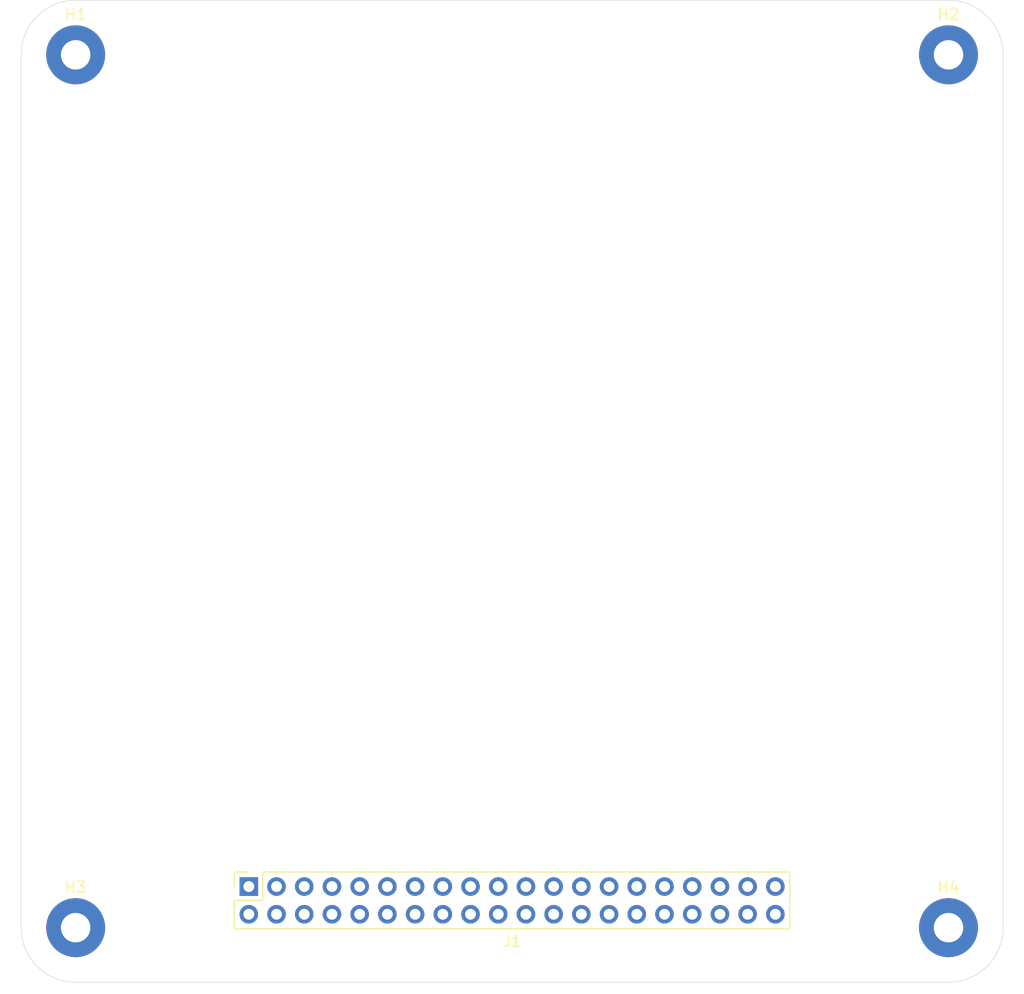
<source format=kicad_pcb>
(kicad_pcb (version 20171130) (host pcbnew "(5.1.5)-3")

  (general
    (thickness 1.6)
    (drawings 8)
    (tracks 0)
    (zones 0)
    (modules 5)
    (nets 42)
  )

  (page A4)
  (layers
    (0 F.Cu signal)
    (31 B.Cu signal)
    (32 B.Adhes user)
    (33 F.Adhes user)
    (34 B.Paste user)
    (35 F.Paste user)
    (36 B.SilkS user)
    (37 F.SilkS user)
    (38 B.Mask user)
    (39 F.Mask user)
    (40 Dwgs.User user)
    (41 Cmts.User user)
    (42 Eco1.User user)
    (43 Eco2.User user)
    (44 Edge.Cuts user)
    (45 Margin user)
    (46 B.CrtYd user)
    (47 F.CrtYd user)
    (48 B.Fab user)
    (49 F.Fab user)
  )

  (setup
    (last_trace_width 0.25)
    (trace_clearance 0.2)
    (zone_clearance 0.508)
    (zone_45_only no)
    (trace_min 0.2)
    (via_size 0.8)
    (via_drill 0.4)
    (via_min_size 0.4)
    (via_min_drill 0.3)
    (uvia_size 0.3)
    (uvia_drill 0.1)
    (uvias_allowed no)
    (uvia_min_size 0.2)
    (uvia_min_drill 0.1)
    (edge_width 0.05)
    (segment_width 0.2)
    (pcb_text_width 0.3)
    (pcb_text_size 1.5 1.5)
    (mod_edge_width 0.12)
    (mod_text_size 1 1)
    (mod_text_width 0.15)
    (pad_size 1.524 1.524)
    (pad_drill 0.762)
    (pad_to_mask_clearance 0.051)
    (solder_mask_min_width 0.25)
    (aux_axis_origin 0 0)
    (visible_elements 7FFFFFFF)
    (pcbplotparams
      (layerselection 0x010fc_ffffffff)
      (usegerberextensions false)
      (usegerberattributes false)
      (usegerberadvancedattributes false)
      (creategerberjobfile false)
      (excludeedgelayer true)
      (linewidth 0.025400)
      (plotframeref false)
      (viasonmask false)
      (mode 1)
      (useauxorigin false)
      (hpglpennumber 1)
      (hpglpenspeed 20)
      (hpglpendiameter 15.000000)
      (psnegative false)
      (psa4output false)
      (plotreference true)
      (plotvalue true)
      (plotinvisibletext false)
      (padsonsilk false)
      (subtractmaskfromsilk false)
      (outputformat 1)
      (mirror false)
      (drillshape 1)
      (scaleselection 1)
      (outputdirectory ""))
  )

  (net 0 "")
  (net 1 GND)
  (net 2 /b20)
  (net 3 /a20)
  (net 4 /b19)
  (net 5 /a19)
  (net 6 /b18)
  (net 7 /a18)
  (net 8 /b17)
  (net 9 /a17)
  (net 10 /b16)
  (net 11 /a16)
  (net 12 /b15)
  (net 13 /a15)
  (net 14 /b14)
  (net 15 /a14)
  (net 16 /b13)
  (net 17 /a13)
  (net 18 /b12)
  (net 19 /a12)
  (net 20 /b11)
  (net 21 /a11)
  (net 22 /b10)
  (net 23 /a10)
  (net 24 /b09)
  (net 25 /a09)
  (net 26 /b08)
  (net 27 /a08)
  (net 28 /b07)
  (net 29 /a07)
  (net 30 /b06)
  (net 31 /a06)
  (net 32 /b05)
  (net 33 /a05)
  (net 34 /b04)
  (net 35 /a04)
  (net 36 /b03)
  (net 37 /a03)
  (net 38 /b02)
  (net 39 /a02)
  (net 40 /b01)
  (net 41 /a01)

  (net_class Default "This is the default net class."
    (clearance 0.2)
    (trace_width 0.25)
    (via_dia 0.8)
    (via_drill 0.4)
    (uvia_dia 0.3)
    (uvia_drill 0.1)
    (add_net /a01)
    (add_net /a02)
    (add_net /a03)
    (add_net /a04)
    (add_net /a05)
    (add_net /a06)
    (add_net /a07)
    (add_net /a08)
    (add_net /a09)
    (add_net /a10)
    (add_net /a11)
    (add_net /a12)
    (add_net /a13)
    (add_net /a14)
    (add_net /a15)
    (add_net /a16)
    (add_net /a17)
    (add_net /a18)
    (add_net /a19)
    (add_net /a20)
    (add_net /b01)
    (add_net /b02)
    (add_net /b03)
    (add_net /b04)
    (add_net /b05)
    (add_net /b06)
    (add_net /b07)
    (add_net /b08)
    (add_net /b09)
    (add_net /b10)
    (add_net /b11)
    (add_net /b12)
    (add_net /b13)
    (add_net /b14)
    (add_net /b15)
    (add_net /b16)
    (add_net /b17)
    (add_net /b18)
    (add_net /b19)
    (add_net /b20)
    (add_net GND)
  )

  (module Connector_PinSocket_2.54mm:PinSocket_2x20_P2.54mm_Vertical (layer F.Cu) (tedit 5A19A433) (tstamp 6033AF23)
    (at 70.87 131.23 90)
    (descr "Through hole straight socket strip, 2x20, 2.54mm pitch, double cols (from Kicad 4.0.7), script generated")
    (tags "Through hole socket strip THT 2x20 2.54mm double row")
    (path /60336BAA)
    (fp_text reference J1 (at -5.02 24.13 180) (layer F.SilkS)
      (effects (font (size 1 1) (thickness 0.15)))
    )
    (fp_text value Conn_02x20_Odd_Even (at -1.27 51.03 90) (layer F.Fab)
      (effects (font (size 1 1) (thickness 0.15)))
    )
    (fp_text user %R (at -1.27 24.13) (layer F.Fab)
      (effects (font (size 1 1) (thickness 0.15)))
    )
    (fp_line (start -4.34 50) (end -4.34 -1.8) (layer F.CrtYd) (width 0.05))
    (fp_line (start 1.76 50) (end -4.34 50) (layer F.CrtYd) (width 0.05))
    (fp_line (start 1.76 -1.8) (end 1.76 50) (layer F.CrtYd) (width 0.05))
    (fp_line (start -4.34 -1.8) (end 1.76 -1.8) (layer F.CrtYd) (width 0.05))
    (fp_line (start 0 -1.33) (end 1.33 -1.33) (layer F.SilkS) (width 0.12))
    (fp_line (start 1.33 -1.33) (end 1.33 0) (layer F.SilkS) (width 0.12))
    (fp_line (start -1.27 -1.33) (end -1.27 1.27) (layer F.SilkS) (width 0.12))
    (fp_line (start -1.27 1.27) (end 1.33 1.27) (layer F.SilkS) (width 0.12))
    (fp_line (start 1.33 1.27) (end 1.33 49.59) (layer F.SilkS) (width 0.12))
    (fp_line (start -3.87 49.59) (end 1.33 49.59) (layer F.SilkS) (width 0.12))
    (fp_line (start -3.87 -1.33) (end -3.87 49.59) (layer F.SilkS) (width 0.12))
    (fp_line (start -3.87 -1.33) (end -1.27 -1.33) (layer F.SilkS) (width 0.12))
    (fp_line (start -3.81 49.53) (end -3.81 -1.27) (layer F.Fab) (width 0.1))
    (fp_line (start 1.27 49.53) (end -3.81 49.53) (layer F.Fab) (width 0.1))
    (fp_line (start 1.27 -0.27) (end 1.27 49.53) (layer F.Fab) (width 0.1))
    (fp_line (start 0.27 -1.27) (end 1.27 -0.27) (layer F.Fab) (width 0.1))
    (fp_line (start -3.81 -1.27) (end 0.27 -1.27) (layer F.Fab) (width 0.1))
    (pad 40 thru_hole oval (at -2.54 48.26 90) (size 1.7 1.7) (drill 1) (layers *.Cu *.Mask)
      (net 2 /b20))
    (pad 39 thru_hole oval (at 0 48.26 90) (size 1.7 1.7) (drill 1) (layers *.Cu *.Mask)
      (net 3 /a20))
    (pad 38 thru_hole oval (at -2.54 45.72 90) (size 1.7 1.7) (drill 1) (layers *.Cu *.Mask)
      (net 4 /b19))
    (pad 37 thru_hole oval (at 0 45.72 90) (size 1.7 1.7) (drill 1) (layers *.Cu *.Mask)
      (net 5 /a19))
    (pad 36 thru_hole oval (at -2.54 43.18 90) (size 1.7 1.7) (drill 1) (layers *.Cu *.Mask)
      (net 6 /b18))
    (pad 35 thru_hole oval (at 0 43.18 90) (size 1.7 1.7) (drill 1) (layers *.Cu *.Mask)
      (net 7 /a18))
    (pad 34 thru_hole oval (at -2.54 40.64 90) (size 1.7 1.7) (drill 1) (layers *.Cu *.Mask)
      (net 8 /b17))
    (pad 33 thru_hole oval (at 0 40.64 90) (size 1.7 1.7) (drill 1) (layers *.Cu *.Mask)
      (net 9 /a17))
    (pad 32 thru_hole oval (at -2.54 38.1 90) (size 1.7 1.7) (drill 1) (layers *.Cu *.Mask)
      (net 10 /b16))
    (pad 31 thru_hole oval (at 0 38.1 90) (size 1.7 1.7) (drill 1) (layers *.Cu *.Mask)
      (net 11 /a16))
    (pad 30 thru_hole oval (at -2.54 35.56 90) (size 1.7 1.7) (drill 1) (layers *.Cu *.Mask)
      (net 12 /b15))
    (pad 29 thru_hole oval (at 0 35.56 90) (size 1.7 1.7) (drill 1) (layers *.Cu *.Mask)
      (net 13 /a15))
    (pad 28 thru_hole oval (at -2.54 33.02 90) (size 1.7 1.7) (drill 1) (layers *.Cu *.Mask)
      (net 14 /b14))
    (pad 27 thru_hole oval (at 0 33.02 90) (size 1.7 1.7) (drill 1) (layers *.Cu *.Mask)
      (net 15 /a14))
    (pad 26 thru_hole oval (at -2.54 30.48 90) (size 1.7 1.7) (drill 1) (layers *.Cu *.Mask)
      (net 16 /b13))
    (pad 25 thru_hole oval (at 0 30.48 90) (size 1.7 1.7) (drill 1) (layers *.Cu *.Mask)
      (net 17 /a13))
    (pad 24 thru_hole oval (at -2.54 27.94 90) (size 1.7 1.7) (drill 1) (layers *.Cu *.Mask)
      (net 18 /b12))
    (pad 23 thru_hole oval (at 0 27.94 90) (size 1.7 1.7) (drill 1) (layers *.Cu *.Mask)
      (net 19 /a12))
    (pad 22 thru_hole oval (at -2.54 25.4 90) (size 1.7 1.7) (drill 1) (layers *.Cu *.Mask)
      (net 20 /b11))
    (pad 21 thru_hole oval (at 0 25.4 90) (size 1.7 1.7) (drill 1) (layers *.Cu *.Mask)
      (net 21 /a11))
    (pad 20 thru_hole oval (at -2.54 22.86 90) (size 1.7 1.7) (drill 1) (layers *.Cu *.Mask)
      (net 22 /b10))
    (pad 19 thru_hole oval (at 0 22.86 90) (size 1.7 1.7) (drill 1) (layers *.Cu *.Mask)
      (net 23 /a10))
    (pad 18 thru_hole oval (at -2.54 20.32 90) (size 1.7 1.7) (drill 1) (layers *.Cu *.Mask)
      (net 24 /b09))
    (pad 17 thru_hole oval (at 0 20.32 90) (size 1.7 1.7) (drill 1) (layers *.Cu *.Mask)
      (net 25 /a09))
    (pad 16 thru_hole oval (at -2.54 17.78 90) (size 1.7 1.7) (drill 1) (layers *.Cu *.Mask)
      (net 26 /b08))
    (pad 15 thru_hole oval (at 0 17.78 90) (size 1.7 1.7) (drill 1) (layers *.Cu *.Mask)
      (net 27 /a08))
    (pad 14 thru_hole oval (at -2.54 15.24 90) (size 1.7 1.7) (drill 1) (layers *.Cu *.Mask)
      (net 28 /b07))
    (pad 13 thru_hole oval (at 0 15.24 90) (size 1.7 1.7) (drill 1) (layers *.Cu *.Mask)
      (net 29 /a07))
    (pad 12 thru_hole oval (at -2.54 12.7 90) (size 1.7 1.7) (drill 1) (layers *.Cu *.Mask)
      (net 30 /b06))
    (pad 11 thru_hole oval (at 0 12.7 90) (size 1.7 1.7) (drill 1) (layers *.Cu *.Mask)
      (net 31 /a06))
    (pad 10 thru_hole oval (at -2.54 10.16 90) (size 1.7 1.7) (drill 1) (layers *.Cu *.Mask)
      (net 32 /b05))
    (pad 9 thru_hole oval (at 0 10.16 90) (size 1.7 1.7) (drill 1) (layers *.Cu *.Mask)
      (net 33 /a05))
    (pad 8 thru_hole oval (at -2.54 7.62 90) (size 1.7 1.7) (drill 1) (layers *.Cu *.Mask)
      (net 34 /b04))
    (pad 7 thru_hole oval (at 0 7.62 90) (size 1.7 1.7) (drill 1) (layers *.Cu *.Mask)
      (net 35 /a04))
    (pad 6 thru_hole oval (at -2.54 5.08 90) (size 1.7 1.7) (drill 1) (layers *.Cu *.Mask)
      (net 36 /b03))
    (pad 5 thru_hole oval (at 0 5.08 90) (size 1.7 1.7) (drill 1) (layers *.Cu *.Mask)
      (net 37 /a03))
    (pad 4 thru_hole oval (at -2.54 2.54 90) (size 1.7 1.7) (drill 1) (layers *.Cu *.Mask)
      (net 38 /b02))
    (pad 3 thru_hole oval (at 0 2.54 90) (size 1.7 1.7) (drill 1) (layers *.Cu *.Mask)
      (net 39 /a02))
    (pad 2 thru_hole oval (at -2.54 0 90) (size 1.7 1.7) (drill 1) (layers *.Cu *.Mask)
      (net 40 /b01))
    (pad 1 thru_hole rect (at 0 0 90) (size 1.7 1.7) (drill 1) (layers *.Cu *.Mask)
      (net 41 /a01))
    (model ${KISYS3DMOD}/Connector_PinSocket_2.54mm.3dshapes/PinSocket_2x20_P2.54mm_Vertical.wrl
      (at (xyz 0 0 0))
      (scale (xyz 1 1 1))
      (rotate (xyz 0 0 0))
    )
  )

  (module MountingHole:MountingHole_2.7mm_M2.5_Pad (layer F.Cu) (tedit 56D1B4CB) (tstamp 60339FEA)
    (at 135 135)
    (descr "Mounting Hole 2.7mm, M2.5")
    (tags "mounting hole 2.7mm m2.5")
    (path /6033CE98)
    (attr virtual)
    (fp_text reference H4 (at 0 -3.7) (layer F.SilkS)
      (effects (font (size 1 1) (thickness 0.15)))
    )
    (fp_text value MountingHole_Pad (at 0 3.7) (layer F.Fab)
      (effects (font (size 1 1) (thickness 0.15)))
    )
    (fp_circle (center 0 0) (end 2.95 0) (layer F.CrtYd) (width 0.05))
    (fp_circle (center 0 0) (end 2.7 0) (layer Cmts.User) (width 0.15))
    (fp_text user %R (at 0.3 0) (layer F.Fab)
      (effects (font (size 1 1) (thickness 0.15)))
    )
    (pad 1 thru_hole circle (at 0 0) (size 5.4 5.4) (drill 2.7) (layers *.Cu *.Mask)
      (net 1 GND))
  )

  (module MountingHole:MountingHole_2.7mm_M2.5_Pad (layer F.Cu) (tedit 56D1B4CB) (tstamp 60339FE2)
    (at 55 135)
    (descr "Mounting Hole 2.7mm, M2.5")
    (tags "mounting hole 2.7mm m2.5")
    (path /6033CD1A)
    (attr virtual)
    (fp_text reference H3 (at 0 -3.7) (layer F.SilkS)
      (effects (font (size 1 1) (thickness 0.15)))
    )
    (fp_text value MountingHole_Pad (at 0 3.7) (layer F.Fab)
      (effects (font (size 1 1) (thickness 0.15)))
    )
    (fp_circle (center 0 0) (end 2.95 0) (layer F.CrtYd) (width 0.05))
    (fp_circle (center 0 0) (end 2.7 0) (layer Cmts.User) (width 0.15))
    (fp_text user %R (at 0.3 0) (layer F.Fab)
      (effects (font (size 1 1) (thickness 0.15)))
    )
    (pad 1 thru_hole circle (at 0 0) (size 5.4 5.4) (drill 2.7) (layers *.Cu *.Mask)
      (net 1 GND))
  )

  (module MountingHole:MountingHole_2.7mm_M2.5_Pad (layer F.Cu) (tedit 56D1B4CB) (tstamp 60339FDA)
    (at 135 55)
    (descr "Mounting Hole 2.7mm, M2.5")
    (tags "mounting hole 2.7mm m2.5")
    (path /6033CB35)
    (attr virtual)
    (fp_text reference H2 (at 0 -3.7) (layer F.SilkS)
      (effects (font (size 1 1) (thickness 0.15)))
    )
    (fp_text value MountingHole_Pad (at 0 3.7) (layer F.Fab)
      (effects (font (size 1 1) (thickness 0.15)))
    )
    (fp_circle (center 0 0) (end 2.95 0) (layer F.CrtYd) (width 0.05))
    (fp_circle (center 0 0) (end 2.7 0) (layer Cmts.User) (width 0.15))
    (fp_text user %R (at 0.3 0) (layer F.Fab)
      (effects (font (size 1 1) (thickness 0.15)))
    )
    (pad 1 thru_hole circle (at 0 0) (size 5.4 5.4) (drill 2.7) (layers *.Cu *.Mask)
      (net 1 GND))
  )

  (module MountingHole:MountingHole_2.7mm_M2.5_Pad (layer F.Cu) (tedit 56D1B4CB) (tstamp 60339FD2)
    (at 55 55)
    (descr "Mounting Hole 2.7mm, M2.5")
    (tags "mounting hole 2.7mm m2.5")
    (path /6033BD93)
    (attr virtual)
    (fp_text reference H1 (at 0 -3.7) (layer F.SilkS)
      (effects (font (size 1 1) (thickness 0.15)))
    )
    (fp_text value MountingHole_Pad (at 0 3.7) (layer F.Fab)
      (effects (font (size 1 1) (thickness 0.15)))
    )
    (fp_circle (center 0 0) (end 2.95 0) (layer F.CrtYd) (width 0.05))
    (fp_circle (center 0 0) (end 2.7 0) (layer Cmts.User) (width 0.15))
    (fp_text user %R (at 0.3 0) (layer F.Fab)
      (effects (font (size 1 1) (thickness 0.15)))
    )
    (pad 1 thru_hole circle (at 0 0) (size 5.4 5.4) (drill 2.7) (layers *.Cu *.Mask)
      (net 1 GND))
  )

  (gr_arc (start 55 135) (end 50 135) (angle -90) (layer Edge.Cuts) (width 0.05))
  (gr_arc (start 55 55) (end 55 50) (angle -90) (layer Edge.Cuts) (width 0.05))
  (gr_arc (start 135 55) (end 140 55) (angle -90) (layer Edge.Cuts) (width 0.05))
  (gr_arc (start 135 135) (end 135 140) (angle -90) (layer Edge.Cuts) (width 0.05))
  (gr_line (start 50 135) (end 50 55) (layer Edge.Cuts) (width 0.05) (tstamp 6033A083))
  (gr_line (start 135 140) (end 55 140) (layer Edge.Cuts) (width 0.05))
  (gr_line (start 140 55) (end 140 135) (layer Edge.Cuts) (width 0.05))
  (gr_line (start 55 50) (end 135 50) (layer Edge.Cuts) (width 0.05))

)

</source>
